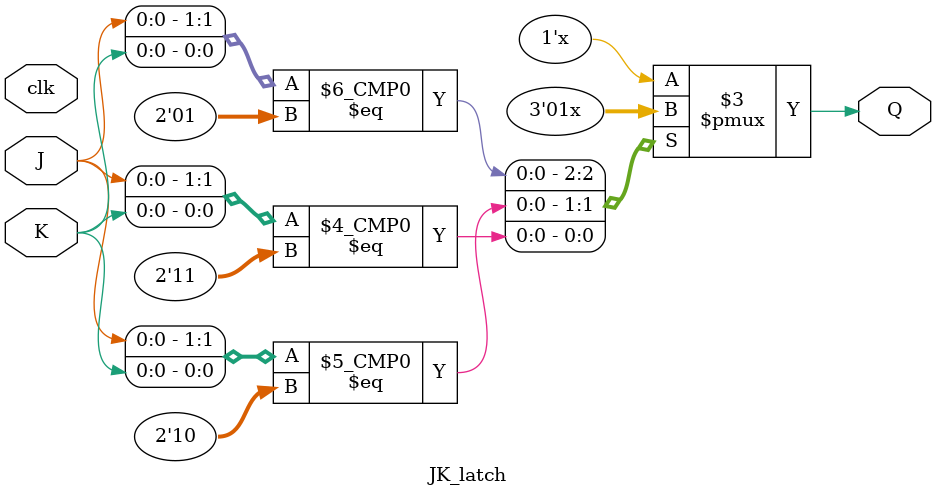
<source format=v>
module JK_latch(input J,K,clk,output reg Q);
  always@(clk or J or K)
    begin
        case ({J,K})
          2'b00: Q <= Q;
          2'b01: Q <= 0;
          2'b10: Q <= 1;
          2'b11: Q <= ~Q;
          default: Q <= Q;
        endcase
          
    end
endmodule

</source>
